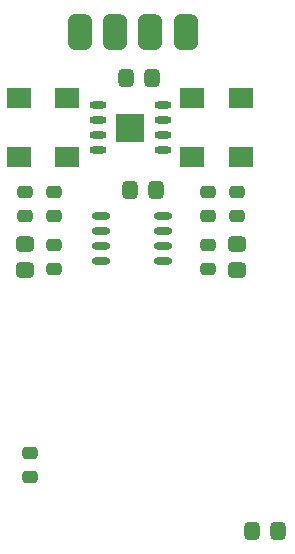
<source format=gbr>
%TF.GenerationSoftware,Altium Limited,Altium Designer,23.4.1 (23)*%
G04 Layer_Color=8421504*
%FSLAX45Y45*%
%MOMM*%
%TF.SameCoordinates,B93E8061-1334-4625-9DA7-9BA1A821EA0A*%
%TF.FilePolarity,Positive*%
%TF.FileFunction,Paste,Top*%
%TF.Part,Single*%
G01*
G75*
%TA.AperFunction,SMDPad,CuDef*%
G04:AMPARAMS|DCode=10|XSize=1mm|YSize=1.3mm|CornerRadius=0.25mm|HoleSize=0mm|Usage=FLASHONLY|Rotation=270.000|XOffset=0mm|YOffset=0mm|HoleType=Round|Shape=RoundedRectangle|*
%AMROUNDEDRECTD10*
21,1,1.00000,0.80000,0,0,270.0*
21,1,0.50000,1.30000,0,0,270.0*
1,1,0.50000,-0.40000,-0.25000*
1,1,0.50000,-0.40000,0.25000*
1,1,0.50000,0.40000,0.25000*
1,1,0.50000,0.40000,-0.25000*
%
%ADD10ROUNDEDRECTD10*%
G04:AMPARAMS|DCode=11|XSize=2mm|YSize=3mm|CornerRadius=0.5mm|HoleSize=0mm|Usage=FLASHONLY|Rotation=0.000|XOffset=0mm|YOffset=0mm|HoleType=Round|Shape=RoundedRectangle|*
%AMROUNDEDRECTD11*
21,1,2.00000,2.00000,0,0,0.0*
21,1,1.00000,3.00000,0,0,0.0*
1,1,1.00000,0.50000,-1.00000*
1,1,1.00000,-0.50000,-1.00000*
1,1,1.00000,-0.50000,1.00000*
1,1,1.00000,0.50000,1.00000*
%
%ADD11ROUNDEDRECTD11*%
G04:AMPARAMS|DCode=12|XSize=1.3mm|YSize=1.5mm|CornerRadius=0.325mm|HoleSize=0mm|Usage=FLASHONLY|Rotation=180.000|XOffset=0mm|YOffset=0mm|HoleType=Round|Shape=RoundedRectangle|*
%AMROUNDEDRECTD12*
21,1,1.30000,0.85000,0,0,180.0*
21,1,0.65000,1.50000,0,0,180.0*
1,1,0.65000,-0.32500,0.42500*
1,1,0.65000,0.32500,0.42500*
1,1,0.65000,0.32500,-0.42500*
1,1,0.65000,-0.32500,-0.42500*
%
%ADD12ROUNDEDRECTD12*%
%ADD13R,2.00000X1.68000*%
G04:AMPARAMS|DCode=14|XSize=1.3mm|YSize=1.5mm|CornerRadius=0.325mm|HoleSize=0mm|Usage=FLASHONLY|Rotation=90.000|XOffset=0mm|YOffset=0mm|HoleType=Round|Shape=RoundedRectangle|*
%AMROUNDEDRECTD14*
21,1,1.30000,0.85000,0,0,90.0*
21,1,0.65000,1.50000,0,0,90.0*
1,1,0.65000,0.42500,0.32500*
1,1,0.65000,0.42500,-0.32500*
1,1,0.65000,-0.42500,-0.32500*
1,1,0.65000,-0.42500,0.32500*
%
%ADD14ROUNDEDRECTD14*%
%ADD15R,2.39000X2.39000*%
%ADD16O,1.45000X0.60000*%
G04:AMPARAMS|DCode=17|XSize=1.5mm|YSize=0.6mm|CornerRadius=0.24mm|HoleSize=0mm|Usage=FLASHONLY|Rotation=0.000|XOffset=0mm|YOffset=0mm|HoleType=Round|Shape=RoundedRectangle|*
%AMROUNDEDRECTD17*
21,1,1.50000,0.12000,0,0,0.0*
21,1,1.02000,0.60000,0,0,0.0*
1,1,0.48000,0.51000,-0.06000*
1,1,0.48000,-0.51000,-0.06000*
1,1,0.48000,-0.51000,0.06000*
1,1,0.48000,0.51000,0.06000*
%
%ADD17ROUNDEDRECTD17*%
D10*
X549998Y1351250D02*
D03*
Y1148751D02*
D03*
X505406Y3355955D02*
D03*
Y3558454D02*
D03*
X755403Y2905953D02*
D03*
Y3108452D02*
D03*
Y3558454D02*
D03*
Y3355955D02*
D03*
X2055405Y2905953D02*
D03*
Y3108452D02*
D03*
X2305402Y3559703D02*
D03*
Y3357204D02*
D03*
X2055405Y3559703D02*
D03*
Y3357204D02*
D03*
D11*
X1570001Y4920001D02*
D03*
X1870000D02*
D03*
X1269999D02*
D03*
X970000D02*
D03*
D12*
X1583407Y4529201D02*
D03*
X1363407D02*
D03*
X1613404Y3579200D02*
D03*
X1393405D02*
D03*
X2650000Y690001D02*
D03*
X2430000D02*
D03*
D13*
X865405Y4357202D02*
D03*
X455408D02*
D03*
X865405Y3857203D02*
D03*
X455408D02*
D03*
X2335405Y4357202D02*
D03*
X1925408D02*
D03*
X2335405Y3857203D02*
D03*
X1925408D02*
D03*
D14*
X505406Y3117205D02*
D03*
Y2897200D02*
D03*
X2305402Y3117205D02*
D03*
Y2897200D02*
D03*
D15*
X1400405Y4107200D02*
D03*
D16*
X1672906Y3916700D02*
D03*
Y4043700D02*
D03*
Y4170700D02*
D03*
Y4297700D02*
D03*
X1127909Y3916700D02*
D03*
Y4043700D02*
D03*
Y4170700D02*
D03*
Y4297700D02*
D03*
D17*
X1148407Y3356204D02*
D03*
Y3229204D02*
D03*
Y3102204D02*
D03*
Y2975204D02*
D03*
X1678403D02*
D03*
Y3102204D02*
D03*
Y3229204D02*
D03*
Y3356204D02*
D03*
%TF.MD5,1d4dcf5298669cc5e6d008599da2056b*%
M02*

</source>
